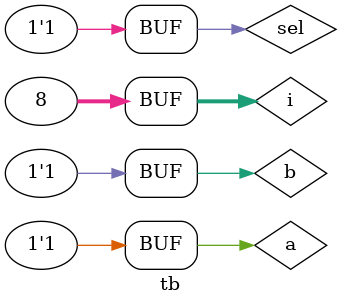
<source format=v>

module mux_2x1
(
    input a, b, sel,
    output out
);
wire sel_n;
wire out_0;

not(sel_n, sel);
and(out_0, a, sel);
and(out_1, b, sel_n);

or(out, out_0, out_1);
    
endmodule

module tb;
    reg a, b, sel;
    wire out;
    integer i;

    mux_2x1 u0(.a(a), .b(b), .sel(sel), .out(out));

    initial begin
        {a, b, sel} = 0;
        $monitor("[%0t] a=%0b b=%0b sel=%0b out=%0b", $time, a, b, sel, out);

        for(i = 0; i<8; i = i + 1)
            #1 {a, b, sel} = i;
    end
    
endmodule

//output
/*
testbench.sv:15: warning: implicit definition of wire 'out_1'.
[0] a=0 b=0 sel=0 out=0
[2] a=0 b=0 sel=1 out=0
[3] a=0 b=1 sel=0 out=1
[4] a=0 b=1 sel=1 out=0
[5] a=1 b=0 sel=0 out=0
[6] a=1 b=0 sel=1 out=1
[7] a=1 b=1 sel=0 out=1
[8] a=1 b=1 sel=1 out=1
Done
*/
</source>
